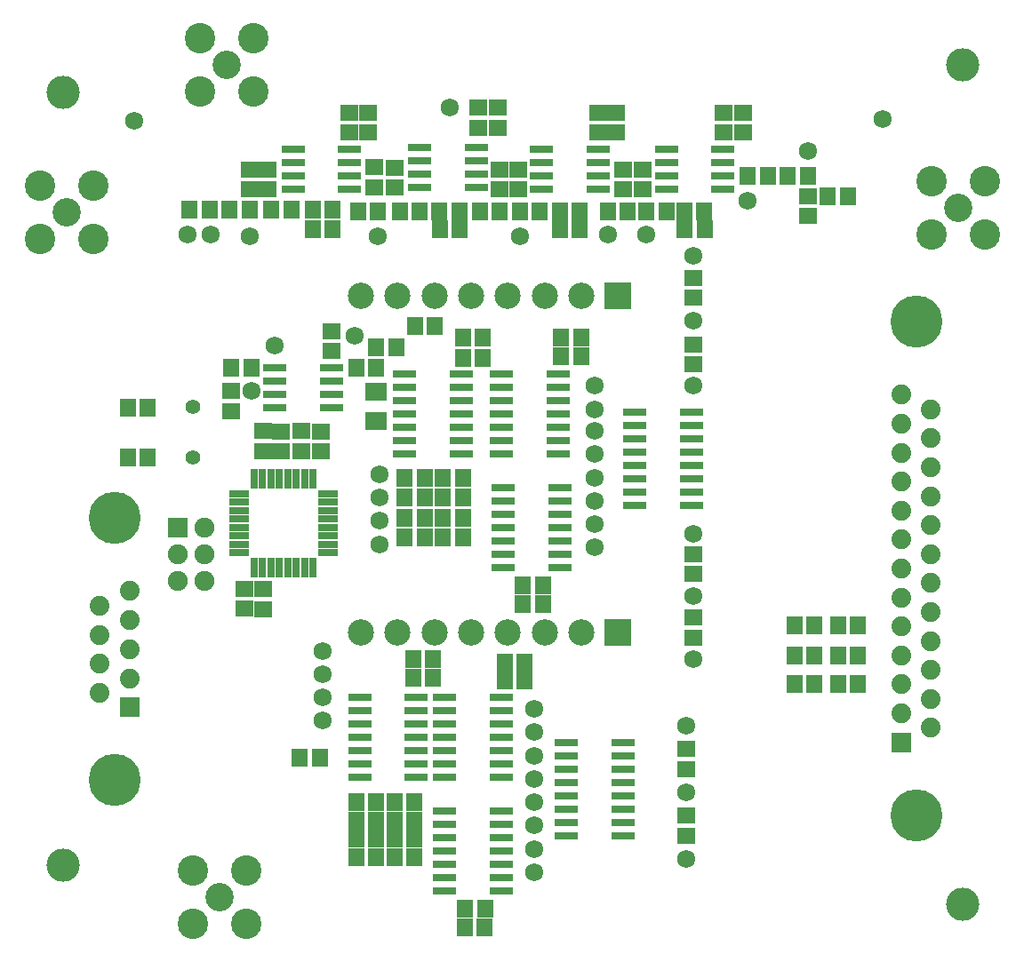
<source format=gbr>
G04 DipTrace 3.3.1.3*
G04 TopMask.gbr*
%MOIN*%
G04 #@! TF.FileFunction,Soldermask,Top*
G04 #@! TF.Part,Single*
%ADD35C,0.125*%
%ADD47C,0.05588*%
%ADD49R,0.074809X0.027565*%
%ADD51R,0.027565X0.074809*%
%ADD53R,0.08662X0.031502*%
%ADD55C,0.06788*%
%ADD57C,0.098431*%
%ADD59R,0.098431X0.098431*%
%ADD61C,0.074809*%
%ADD63R,0.074809X0.074809*%
%ADD65C,0.195282*%
%ADD67C,0.074415*%
%ADD69R,0.074415X0.074415*%
%ADD71C,0.106305*%
%ADD73C,0.114179*%
%ADD75R,0.078746X0.070872*%
%ADD77R,0.059061X0.066935*%
%ADD79R,0.066935X0.059061*%
%FSLAX26Y26*%
G04*
G70*
G90*
G75*
G01*
G04 TopMask*
%LPD*%
D79*
X3071847Y3563659D3*
Y3488856D3*
X3145213Y3563758D3*
Y3488955D3*
D77*
X1070163Y3201258D3*
X1144966D3*
X2007713Y3126259D3*
X2082516D3*
X2457713Y3126258D3*
X2532516D3*
D79*
X2301462Y3351258D3*
Y3276455D3*
X2232712Y3351258D3*
Y3276455D3*
X2770213Y3351258D3*
Y3276455D3*
X2695312Y3351356D3*
Y3276553D3*
D77*
X2926462Y3126258D3*
X3001266D3*
D79*
X2603098Y3563659D3*
Y3488856D3*
X2670212Y3563758D3*
Y3488955D3*
X3388913Y3176259D3*
Y3251062D3*
X1838962Y3357508D3*
Y3282705D3*
X1363913Y3351258D3*
Y3276455D3*
X1295163Y3351258D3*
Y3276455D3*
X1670163Y3563758D3*
Y3488955D3*
X1738913Y3563758D3*
Y3488955D3*
D77*
X1532663Y3126258D3*
X1607466D3*
D79*
X1563962Y2368276D3*
Y2293473D3*
X1488962Y2370008D3*
Y2295205D3*
X1763962Y3359241D3*
Y3284438D3*
X2151364Y3582410D3*
Y3507607D3*
X2226462Y3582508D3*
Y3507705D3*
X1413961Y2368276D3*
Y2293473D3*
X1345212Y2370008D3*
Y2295205D3*
X1345210Y1701260D3*
Y1776064D3*
X1276461Y1702993D3*
Y1777796D3*
D77*
X913961Y2457508D3*
X839158D3*
X913961Y2270008D3*
X839158D3*
X1982712Y1445008D3*
X1907909D3*
X1982909Y1513759D3*
X1908106D3*
X2095212Y2720008D3*
X2170015D3*
X2095212Y2645008D3*
X2170015D3*
D79*
X1226461Y2520008D3*
Y2445205D3*
D75*
X1770212Y2407508D3*
Y2517745D3*
D77*
X2463962Y2651259D3*
X2538766D3*
X2463962Y2720008D3*
X2538766D3*
X2320212Y1788758D3*
X2395015D3*
X2320212Y1720008D3*
X2395015D3*
X2103196Y576259D3*
X2177999D3*
X2101462Y507508D3*
X2176266D3*
X2251462Y1432508D3*
X2326266D3*
X2251462Y1501259D3*
X2326266D3*
X1876462Y2120008D3*
X1951266D3*
X1876462Y2195008D3*
X1951266D3*
X1876462Y2045008D3*
X1951266D3*
X1876462Y1970008D3*
X1951266D3*
X1913764Y770008D3*
X1838961D3*
X1913764Y838758D3*
X1838961D3*
X1913961Y907508D3*
X1839158D3*
X1913961Y976259D3*
X1839158D3*
X3413962Y1420008D3*
X3339159D3*
X3338962Y1526258D3*
X3413766D3*
X3338962Y1638759D3*
X3413766D3*
D35*
X595212Y3638758D3*
Y738759D3*
X3970212Y595008D3*
Y3745008D3*
D73*
X3851462Y3307508D3*
Y3107508D3*
X4051462D3*
Y3307508D3*
D71*
X3951462Y3207508D3*
D73*
X1282713Y720008D3*
X1082713D3*
Y520008D3*
X1282713D3*
D71*
X1182713Y620008D3*
D69*
X845212Y1332508D3*
D67*
Y1441564D3*
Y1550619D3*
Y1659674D3*
Y1768729D3*
X733401Y1387036D3*
Y1496091D3*
Y1605146D3*
Y1714201D3*
D65*
X789307Y1058690D3*
Y2042548D3*
D63*
X1026461Y2007508D3*
D61*
X1126461D3*
X1026461Y1907508D3*
X1126461D3*
X1026461Y1807508D3*
X1126461D3*
D69*
X3738967Y1201259D3*
D67*
Y1309960D3*
Y1418661D3*
Y1527361D3*
Y1636062D3*
Y1744763D3*
Y1853464D3*
Y1962165D3*
Y2070865D3*
Y2179566D3*
Y2288267D3*
Y2396968D3*
Y2505669D3*
X3850778Y1255616D3*
Y1364317D3*
Y1473018D3*
Y1581718D3*
Y1690419D3*
Y1799120D3*
Y1907821D3*
Y2016522D3*
Y2125222D3*
Y2233923D3*
Y2342624D3*
Y2451325D3*
D65*
X3794873Y2779684D3*
Y927243D3*
D73*
X1107712Y3645008D3*
X1307712D3*
Y3845008D3*
X1107712D3*
D71*
X1207712Y3745008D3*
D73*
X707713Y3088758D3*
Y3288758D3*
X507713D3*
Y3088758D3*
D71*
X607713Y3188758D3*
D59*
X2676461Y2876258D3*
D57*
X2538666D3*
X2400871D3*
X2263075D3*
X2125280D3*
X1987485D3*
X1849690D3*
X1711894D3*
D59*
X2676461Y1613758D3*
D57*
X2538666D3*
X2400871D3*
X2263075D3*
X2125280D3*
X1987485D3*
X1849690D3*
X1711894D3*
D77*
X2307713Y3195008D3*
X2382516D3*
X2457713D3*
X2532516D3*
X2782812D3*
X2857615D3*
X2924829D3*
X2999632D3*
X3314011Y3326258D3*
X3388814D3*
X1220163Y3201258D3*
X1294966D3*
X2157713Y3195008D3*
X2232516D3*
X2638962D3*
X2713766D3*
X3163914Y3326258D3*
X3238717D3*
X1857713Y3195008D3*
X1932516D3*
X1701462D3*
X1776266D3*
X2006078D3*
X2080881D3*
X1532663Y3201258D3*
X1607466D3*
X1376414D3*
X1451217D3*
X1770212Y2682508D3*
X1845015D3*
X2020212Y2195008D3*
X2095015D3*
X2020212Y2120008D3*
X2095015D3*
X2020212Y2045008D3*
X2095015D3*
X2020212Y1970008D3*
X2095015D3*
X1770210Y770008D3*
X1695407D3*
X1770210Y838759D3*
X1695407D3*
X1770210Y907508D3*
X1695407D3*
X1770210Y976259D3*
X1695407D3*
X3463914Y3251258D3*
X3538717D3*
X1226462Y2607508D3*
X1301266D3*
D79*
X1601462Y2670008D3*
Y2744812D3*
D77*
X1770212Y2607508D3*
X1695409D3*
X1988961Y2763758D3*
X1914158D3*
X1557712Y1145008D3*
X1482909D3*
D79*
X2957713Y2945008D3*
Y2870205D3*
Y2695008D3*
Y2620205D3*
Y1907508D3*
Y1832705D3*
Y1670008D3*
Y1595205D3*
X2932713Y1176258D3*
Y1101455D3*
Y926258D3*
Y851455D3*
D77*
X3501462Y1420008D3*
X3576266D3*
X3501462Y1526258D3*
X3576266D3*
X3501462Y1638759D3*
X3576266D3*
D55*
X2638962Y3107508D3*
X3388913Y3420008D3*
X3163913Y3232508D3*
X2588962Y1932508D3*
X2045163Y3582508D3*
X863962Y3532508D3*
X3670212Y3538759D3*
X1149680Y3107508D3*
X1295163Y3101258D3*
X2307712D3*
X2782713Y3107508D3*
X1776462Y3101258D3*
X1062180Y3107508D3*
X2588962Y2020008D3*
Y2107508D3*
Y2195008D3*
Y2282508D3*
Y2370008D3*
Y2451258D3*
Y2538758D3*
X2363961Y713758D3*
X1782713Y1945010D3*
X2363961Y801258D3*
Y888758D3*
Y976258D3*
Y1063758D3*
Y1151258D3*
Y1238758D3*
Y1326258D3*
X1301461Y2520008D3*
X1782713Y2032510D3*
Y2120008D3*
Y2207508D3*
X1570210Y1545008D3*
Y1457508D3*
Y1370008D3*
Y1282508D3*
X1388962Y2688758D3*
X1688962Y2726259D3*
X2957713Y3026258D3*
Y2782508D3*
Y2538758D3*
X2957712Y1982508D3*
X2957713Y1751258D3*
Y1513758D3*
X2932713Y1263759D3*
Y1013759D3*
X2932712Y763759D3*
D53*
X2857663Y3426258D3*
Y3376258D3*
Y3326258D3*
Y3276258D3*
X3070262D3*
Y3326258D3*
Y3376258D3*
Y3426258D3*
X1457613D3*
Y3376258D3*
Y3326258D3*
Y3276258D3*
X1670212D3*
Y3326258D3*
Y3376258D3*
Y3426258D3*
X1932663Y3432508D3*
Y3382508D3*
Y3332508D3*
Y3282508D3*
X2145262D3*
Y3332508D3*
Y3382508D3*
Y3432508D3*
X2738962Y2438758D3*
Y2388758D3*
Y2338758D3*
Y2288758D3*
Y2238758D3*
Y2188758D3*
Y2138758D3*
Y2088758D3*
X2951561D3*
Y2138758D3*
Y2188758D3*
Y2238758D3*
Y2288758D3*
Y2338758D3*
Y2388758D3*
Y2438758D3*
X2388914Y3426258D3*
Y3376258D3*
Y3326258D3*
Y3276258D3*
X2601512D3*
Y3326258D3*
Y3376258D3*
Y3426258D3*
D51*
X1532712Y2188758D3*
X1501216D3*
X1469720D3*
X1438224D3*
X1406728D3*
X1375231D3*
X1343735D3*
X1312239D3*
D49*
X1257121Y2133640D3*
Y2102144D3*
Y2070648D3*
Y2039151D3*
Y2007655D3*
Y1976159D3*
Y1944663D3*
Y1913167D3*
D51*
X1312239Y1858049D3*
X1343735D3*
X1375231D3*
X1406728D3*
X1438224D3*
X1469720D3*
X1501216D3*
X1532712D3*
D49*
X1587830Y1913167D3*
Y1944663D3*
Y1976159D3*
Y2007655D3*
Y2039151D3*
Y2070648D3*
Y2102144D3*
Y2133640D3*
D53*
X2482713Y1201258D3*
Y1151258D3*
Y1101258D3*
Y1051258D3*
Y1001258D3*
Y951258D3*
Y901258D3*
Y851258D3*
X2695312D3*
Y901258D3*
Y951258D3*
Y1001258D3*
Y1051258D3*
Y1101258D3*
Y1151258D3*
Y1201258D3*
X1876462Y2582508D3*
Y2532508D3*
Y2482508D3*
Y2432508D3*
Y2382508D3*
Y2332508D3*
Y2282508D3*
X2089061D3*
Y2332508D3*
Y2382508D3*
Y2432508D3*
Y2482508D3*
Y2532508D3*
Y2582508D3*
X1707713Y1370008D3*
Y1320008D3*
Y1270008D3*
Y1220008D3*
Y1170008D3*
Y1120008D3*
Y1070008D3*
X1920312D3*
Y1120008D3*
Y1170008D3*
Y1220008D3*
Y1270008D3*
Y1320008D3*
Y1370008D3*
X2238913Y2582508D3*
Y2532508D3*
Y2482508D3*
Y2432508D3*
Y2382508D3*
Y2332508D3*
Y2282508D3*
X2451511D3*
Y2332508D3*
Y2382508D3*
Y2432508D3*
Y2482508D3*
Y2532508D3*
Y2582508D3*
X2026462Y945008D3*
Y895008D3*
Y845008D3*
Y795008D3*
Y745008D3*
Y695008D3*
Y645008D3*
X2239061D3*
Y695008D3*
Y745008D3*
Y795008D3*
Y845008D3*
Y895008D3*
Y945008D3*
X1388962Y2607508D3*
Y2557508D3*
Y2507508D3*
Y2457508D3*
X1601561D3*
Y2507508D3*
Y2557508D3*
Y2607508D3*
X2026462Y1370008D3*
Y1320008D3*
Y1270008D3*
Y1220008D3*
Y1170008D3*
Y1120008D3*
Y1070008D3*
X2239061D3*
Y1120008D3*
Y1170008D3*
Y1220008D3*
Y1270008D3*
Y1320008D3*
Y1370008D3*
X2245212Y2157508D3*
Y2107508D3*
Y2057508D3*
Y2007508D3*
Y1957508D3*
Y1907508D3*
Y1857508D3*
X2457810D3*
Y1907508D3*
Y1957508D3*
Y2007508D3*
Y2057508D3*
Y2107508D3*
Y2157508D3*
D47*
X1082712Y2270008D3*
Y2460008D3*
M02*

</source>
